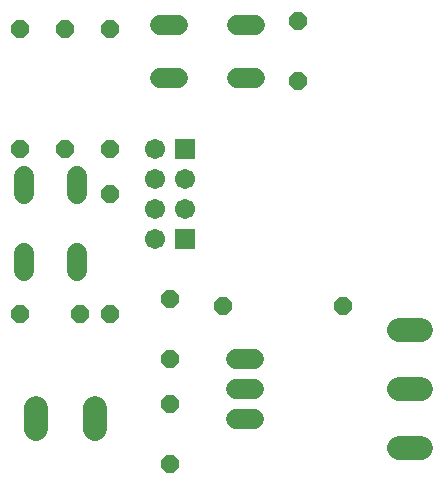
<source format=gbr>
G04 EAGLE Gerber RS-274X export*
G75*
%MOMM*%
%FSLAX34Y34*%
%LPD*%
%INSoldermask Top*%
%IPPOS*%
%AMOC8*
5,1,8,0,0,1.08239X$1,22.5*%
G01*
%ADD10P,1.649562X8X202.500000*%
%ADD11P,1.649562X8X112.500000*%
%ADD12C,1.727200*%
%ADD13P,1.649562X8X292.500000*%
%ADD14P,1.649562X8X22.500000*%
%ADD15R,1.711200X1.711200*%
%ADD16C,1.711200*%
%ADD17C,1.993900*%


D10*
X76200Y152400D03*
X25400Y152400D03*
D11*
X260350Y349250D03*
X260350Y400050D03*
X152400Y25400D03*
X152400Y76200D03*
X152400Y114300D03*
X152400Y165100D03*
D12*
X159258Y397256D02*
X144018Y397256D01*
X144018Y352044D02*
X159258Y352044D01*
X209042Y397256D02*
X224282Y397256D01*
X224282Y352044D02*
X209042Y352044D01*
X208280Y114300D02*
X223520Y114300D01*
X223520Y88900D02*
X208280Y88900D01*
X208280Y63500D02*
X223520Y63500D01*
D11*
X101600Y292100D03*
X101600Y393700D03*
X63500Y292100D03*
X63500Y393700D03*
D13*
X25400Y393700D03*
X25400Y292100D03*
D14*
X196850Y158750D03*
X298450Y158750D03*
D13*
X101600Y254000D03*
X101600Y152400D03*
D12*
X28194Y188468D02*
X28194Y203708D01*
X73406Y203708D02*
X73406Y188468D01*
X28194Y253492D02*
X28194Y268732D01*
X73406Y268732D02*
X73406Y253492D01*
D15*
X165100Y292100D03*
D16*
X165100Y266700D03*
X165100Y241300D03*
X139700Y241300D03*
X139700Y266700D03*
X139700Y292100D03*
X139700Y215900D03*
D15*
X165100Y215900D03*
D17*
X346447Y138900D02*
X364354Y138900D01*
X364354Y88900D02*
X346447Y88900D01*
X346447Y38900D02*
X364354Y38900D01*
X88500Y54547D02*
X88500Y72454D01*
X38500Y72454D02*
X38500Y54547D01*
M02*

</source>
